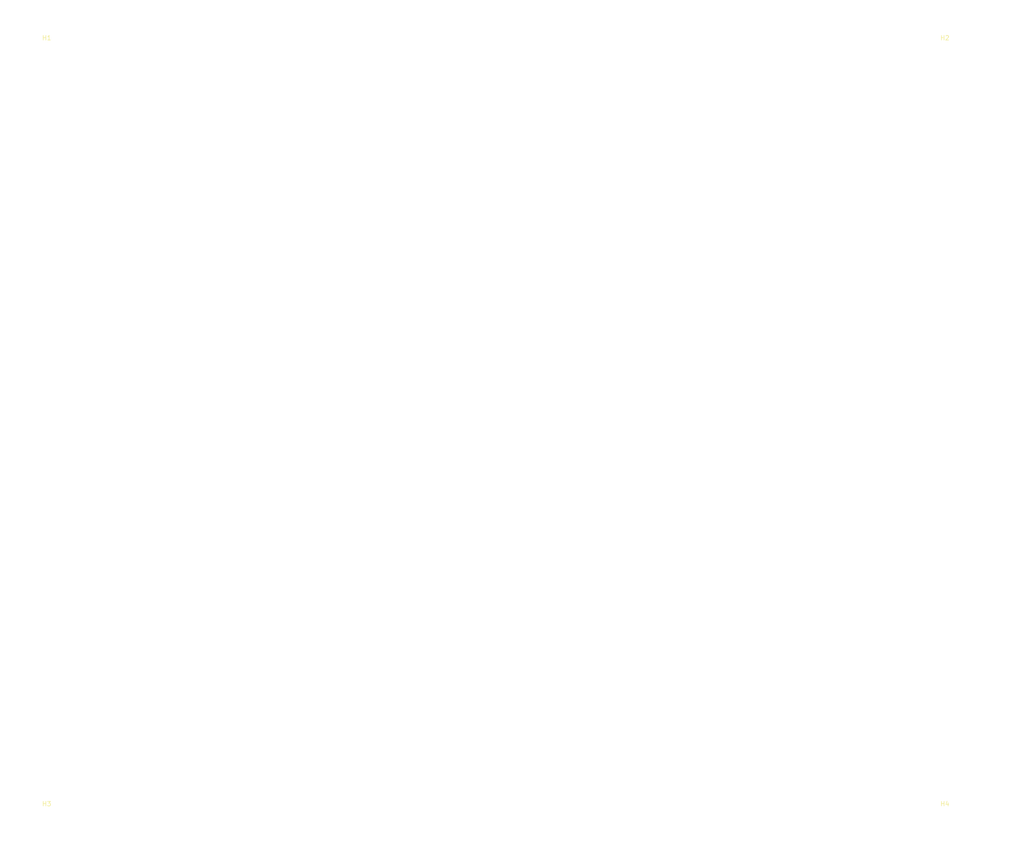
<source format=kicad_pcb>
(kicad_pcb (version 20210228) (generator pcbnew)
  (title_block (title "Enter Title On Page Setting Dialog") (rev "1") (company "KiCAD"))
  (layers (0 "F.Cu" signal) (31 "B.Cu" signal) (34 "B.Paste" user) (35 "F.Paste" user) (36 "B.SilkS" user "B.Silkscreen") (37 "F.SilkS" user "F.Silkscreen") (38 "B.Mask" user) (39 "F.Mask" user) (44 "Edge.Cuts" user))
  (net 0 "")
  (footprint "MountingHole:MountingHole_3.2mm_M3" (layer "F.Cu") (at 99.1 49.400001)
    (fp_text reference "H1" (at 5.16 -0.205) (layer "F.SilkS"))
    (fp_text value "MountingHole")
    (pad "1" np_thru_hole circle (at 0 0) (size 3.2 3.2) (drill 3.2) (layers *.Cu *.Mask))
  )
  (footprint "MountingHole:MountingHole_3.2mm_M3" (layer "F.Cu") (at 308.1 49.400001)
    (fp_text reference "H2" (at -5.26 -0.205) (layer "F.SilkS"))
    (fp_text value "MountingHole")
    (pad "1" np_thru_hole circle (at 0 0) (size 3.2 3.2) (drill 3.2) (layers *.Cu *.Mask))
  )
  (footprint "MountingHole:MountingHole_3.2mm_M3" (layer "F.Cu") (at 99.1 218.700001)
    (fp_text reference "H3" (at 5.16 -0.08) (layer "F.SilkS"))
    (fp_text value "MountingHole")
    (pad "1" np_thru_hole circle (at 0 0) (size 3.2 3.2) (drill 3.2) (layers *.Cu *.Mask))
  )
  (footprint "MountingHole:MountingHole_3.2mm_M3" (layer "F.Cu") (at 308.1 218.700001)
    (fp_text reference "H4" (at -5.26 -0.08) (layer "F.SilkS"))
    (fp_text value "MountingHole")
    (pad "1" np_thru_hole circle (at 0 0) (size 3.2 3.2) (drill 3.2) (layers *.Cu *.Mask))
  )
  (gr_line (start 94.1 44.400001) (end 94.1 223.700001) (layer "Edge.Cuts") (width 0.00254))
  (gr_line (start 94.1 223.700001) (end 313.1 223.700001) (layer "Edge.Cuts") (width 0.00254))
  (gr_line (start 313.1 44.400001) (end 94.1 44.400001) (layer "Edge.Cuts") (width 0.00254))
  (gr_line (start 313.1 44.400001) (end 313.1 223.700001) (layer "Edge.Cuts") (width 0.00254))
)
</source>
